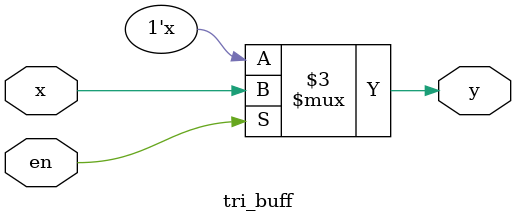
<source format=v>

module tri_buff(output reg y, input x, en);

	always @ (*) begin
		if (en) 
			y = x;
		else
			y = 1'bz;
	end

endmodule

</source>
